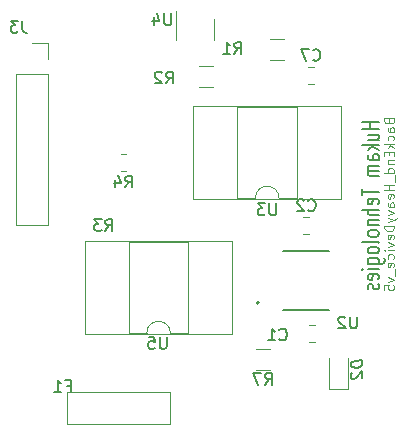
<source format=gbo>
G04 #@! TF.GenerationSoftware,KiCad,Pcbnew,5.1.7-a382d34a8~88~ubuntu18.04.1*
G04 #@! TF.CreationDate,2021-11-17T17:12:46+05:30*
G04 #@! TF.ProjectId,BackEnd_HeavyDevice_v5,4261636b-456e-4645-9f48-656176794465,rev?*
G04 #@! TF.SameCoordinates,Original*
G04 #@! TF.FileFunction,Legend,Bot*
G04 #@! TF.FilePolarity,Positive*
%FSLAX46Y46*%
G04 Gerber Fmt 4.6, Leading zero omitted, Abs format (unit mm)*
G04 Created by KiCad (PCBNEW 5.1.7-a382d34a8~88~ubuntu18.04.1) date 2021-11-17 17:12:46*
%MOMM*%
%LPD*%
G01*
G04 APERTURE LIST*
%ADD10C,0.100000*%
%ADD11C,0.150000*%
%ADD12C,0.120000*%
%ADD13C,0.127000*%
%ADD14C,0.200000*%
G04 APERTURE END LIST*
D10*
X143729717Y-109248816D02*
X143767812Y-109363101D01*
X143805907Y-109401197D01*
X143882098Y-109439292D01*
X143996383Y-109439292D01*
X144072574Y-109401197D01*
X144110669Y-109363101D01*
X144148764Y-109286911D01*
X144148764Y-108982149D01*
X143348764Y-108982149D01*
X143348764Y-109248816D01*
X143386860Y-109325006D01*
X143424955Y-109363101D01*
X143501145Y-109401197D01*
X143577336Y-109401197D01*
X143653526Y-109363101D01*
X143691621Y-109325006D01*
X143729717Y-109248816D01*
X143729717Y-108982149D01*
X144148764Y-110125006D02*
X143729717Y-110125006D01*
X143653526Y-110086911D01*
X143615431Y-110010720D01*
X143615431Y-109858340D01*
X143653526Y-109782149D01*
X144110669Y-110125006D02*
X144148764Y-110048816D01*
X144148764Y-109858340D01*
X144110669Y-109782149D01*
X144034479Y-109744054D01*
X143958288Y-109744054D01*
X143882098Y-109782149D01*
X143844002Y-109858340D01*
X143844002Y-110048816D01*
X143805907Y-110125006D01*
X144110669Y-110848816D02*
X144148764Y-110772625D01*
X144148764Y-110620244D01*
X144110669Y-110544054D01*
X144072574Y-110505959D01*
X143996383Y-110467863D01*
X143767812Y-110467863D01*
X143691621Y-110505959D01*
X143653526Y-110544054D01*
X143615431Y-110620244D01*
X143615431Y-110772625D01*
X143653526Y-110848816D01*
X144148764Y-111191673D02*
X143348764Y-111191673D01*
X143844002Y-111267863D02*
X144148764Y-111496435D01*
X143615431Y-111496435D02*
X143920193Y-111191673D01*
X143729717Y-111839292D02*
X143729717Y-112105959D01*
X144148764Y-112220244D02*
X144148764Y-111839292D01*
X143348764Y-111839292D01*
X143348764Y-112220244D01*
X143615431Y-112563101D02*
X144148764Y-112563101D01*
X143691621Y-112563101D02*
X143653526Y-112601197D01*
X143615431Y-112677387D01*
X143615431Y-112791673D01*
X143653526Y-112867863D01*
X143729717Y-112905959D01*
X144148764Y-112905959D01*
X144148764Y-113629768D02*
X143348764Y-113629768D01*
X144110669Y-113629768D02*
X144148764Y-113553578D01*
X144148764Y-113401197D01*
X144110669Y-113325006D01*
X144072574Y-113286911D01*
X143996383Y-113248816D01*
X143767812Y-113248816D01*
X143691621Y-113286911D01*
X143653526Y-113325006D01*
X143615431Y-113401197D01*
X143615431Y-113553578D01*
X143653526Y-113629768D01*
X144224955Y-113820244D02*
X144224955Y-114429768D01*
X144148764Y-114620244D02*
X143348764Y-114620244D01*
X143729717Y-114620244D02*
X143729717Y-115077387D01*
X144148764Y-115077387D02*
X143348764Y-115077387D01*
X144110669Y-115763101D02*
X144148764Y-115686911D01*
X144148764Y-115534530D01*
X144110669Y-115458340D01*
X144034479Y-115420244D01*
X143729717Y-115420244D01*
X143653526Y-115458340D01*
X143615431Y-115534530D01*
X143615431Y-115686911D01*
X143653526Y-115763101D01*
X143729717Y-115801197D01*
X143805907Y-115801197D01*
X143882098Y-115420244D01*
X144148764Y-116486911D02*
X143729717Y-116486911D01*
X143653526Y-116448816D01*
X143615431Y-116372625D01*
X143615431Y-116220244D01*
X143653526Y-116144054D01*
X144110669Y-116486911D02*
X144148764Y-116410720D01*
X144148764Y-116220244D01*
X144110669Y-116144054D01*
X144034479Y-116105959D01*
X143958288Y-116105959D01*
X143882098Y-116144054D01*
X143844002Y-116220244D01*
X143844002Y-116410720D01*
X143805907Y-116486911D01*
X143615431Y-116791673D02*
X144148764Y-116982149D01*
X143615431Y-117172625D01*
X143615431Y-117401197D02*
X144148764Y-117591673D01*
X143615431Y-117782149D02*
X144148764Y-117591673D01*
X144339240Y-117515482D01*
X144377336Y-117477387D01*
X144415431Y-117401197D01*
X144148764Y-118086911D02*
X143348764Y-118086911D01*
X143348764Y-118277387D01*
X143386860Y-118391673D01*
X143463050Y-118467863D01*
X143539240Y-118505959D01*
X143691621Y-118544054D01*
X143805907Y-118544054D01*
X143958288Y-118505959D01*
X144034479Y-118467863D01*
X144110669Y-118391673D01*
X144148764Y-118277387D01*
X144148764Y-118086911D01*
X144110669Y-119191673D02*
X144148764Y-119115482D01*
X144148764Y-118963101D01*
X144110669Y-118886911D01*
X144034479Y-118848816D01*
X143729717Y-118848816D01*
X143653526Y-118886911D01*
X143615431Y-118963101D01*
X143615431Y-119115482D01*
X143653526Y-119191673D01*
X143729717Y-119229768D01*
X143805907Y-119229768D01*
X143882098Y-118848816D01*
X143615431Y-119496435D02*
X144148764Y-119686911D01*
X143615431Y-119877387D01*
X144148764Y-120182149D02*
X143615431Y-120182149D01*
X143348764Y-120182149D02*
X143386860Y-120144054D01*
X143424955Y-120182149D01*
X143386860Y-120220244D01*
X143348764Y-120182149D01*
X143424955Y-120182149D01*
X144110669Y-120905959D02*
X144148764Y-120829768D01*
X144148764Y-120677387D01*
X144110669Y-120601197D01*
X144072574Y-120563101D01*
X143996383Y-120525006D01*
X143767812Y-120525006D01*
X143691621Y-120563101D01*
X143653526Y-120601197D01*
X143615431Y-120677387D01*
X143615431Y-120829768D01*
X143653526Y-120905959D01*
X144110669Y-121553578D02*
X144148764Y-121477387D01*
X144148764Y-121325006D01*
X144110669Y-121248816D01*
X144034479Y-121210720D01*
X143729717Y-121210720D01*
X143653526Y-121248816D01*
X143615431Y-121325006D01*
X143615431Y-121477387D01*
X143653526Y-121553578D01*
X143729717Y-121591673D01*
X143805907Y-121591673D01*
X143882098Y-121210720D01*
X144224955Y-121744054D02*
X144224955Y-122353578D01*
X143615431Y-122467863D02*
X144148764Y-122658340D01*
X143615431Y-122848816D01*
X143348764Y-123534530D02*
X143348764Y-123153578D01*
X143729717Y-123115482D01*
X143691621Y-123153578D01*
X143653526Y-123229768D01*
X143653526Y-123420244D01*
X143691621Y-123496435D01*
X143729717Y-123534530D01*
X143805907Y-123572625D01*
X143996383Y-123572625D01*
X144072574Y-123534530D01*
X144110669Y-123496435D01*
X144148764Y-123420244D01*
X144148764Y-123229768D01*
X144110669Y-123153578D01*
X144072574Y-123115482D01*
D11*
X142913491Y-109345340D02*
X141413491Y-109345340D01*
X142127777Y-109345340D02*
X142127777Y-109916769D01*
X142913491Y-109916769D02*
X141413491Y-109916769D01*
X141913491Y-110821531D02*
X142913491Y-110821531D01*
X141913491Y-110392960D02*
X142699205Y-110392960D01*
X142842062Y-110440579D01*
X142913491Y-110535817D01*
X142913491Y-110678674D01*
X142842062Y-110773912D01*
X142770634Y-110821531D01*
X142913491Y-111297721D02*
X141413491Y-111297721D01*
X142342062Y-111392960D02*
X142913491Y-111678674D01*
X141913491Y-111678674D02*
X142484920Y-111297721D01*
X142913491Y-112535817D02*
X142127777Y-112535817D01*
X141984920Y-112488198D01*
X141913491Y-112392960D01*
X141913491Y-112202483D01*
X141984920Y-112107245D01*
X142842062Y-112535817D02*
X142913491Y-112440579D01*
X142913491Y-112202483D01*
X142842062Y-112107245D01*
X142699205Y-112059626D01*
X142556348Y-112059626D01*
X142413491Y-112107245D01*
X142342062Y-112202483D01*
X142342062Y-112440579D01*
X142270634Y-112535817D01*
X142913491Y-113012007D02*
X141913491Y-113012007D01*
X142056348Y-113012007D02*
X141984920Y-113059626D01*
X141913491Y-113154864D01*
X141913491Y-113297721D01*
X141984920Y-113392960D01*
X142127777Y-113440579D01*
X142913491Y-113440579D01*
X142127777Y-113440579D02*
X141984920Y-113488198D01*
X141913491Y-113583436D01*
X141913491Y-113726293D01*
X141984920Y-113821531D01*
X142127777Y-113869150D01*
X142913491Y-113869150D01*
X141413491Y-114964388D02*
X141413491Y-115535817D01*
X142913491Y-115250102D02*
X141413491Y-115250102D01*
X142842062Y-116250102D02*
X142913491Y-116154864D01*
X142913491Y-115964388D01*
X142842062Y-115869150D01*
X142699205Y-115821531D01*
X142127777Y-115821531D01*
X141984920Y-115869150D01*
X141913491Y-115964388D01*
X141913491Y-116154864D01*
X141984920Y-116250102D01*
X142127777Y-116297721D01*
X142270634Y-116297721D01*
X142413491Y-115821531D01*
X142913491Y-116726293D02*
X141413491Y-116726293D01*
X142913491Y-117154864D02*
X142127777Y-117154864D01*
X141984920Y-117107245D01*
X141913491Y-117012007D01*
X141913491Y-116869150D01*
X141984920Y-116773912D01*
X142056348Y-116726293D01*
X141913491Y-117631055D02*
X142913491Y-117631055D01*
X142056348Y-117631055D02*
X141984920Y-117678674D01*
X141913491Y-117773912D01*
X141913491Y-117916769D01*
X141984920Y-118012007D01*
X142127777Y-118059626D01*
X142913491Y-118059626D01*
X142913491Y-118678674D02*
X142842062Y-118583436D01*
X142770634Y-118535817D01*
X142627777Y-118488198D01*
X142199205Y-118488198D01*
X142056348Y-118535817D01*
X141984920Y-118583436D01*
X141913491Y-118678674D01*
X141913491Y-118821531D01*
X141984920Y-118916769D01*
X142056348Y-118964388D01*
X142199205Y-119012007D01*
X142627777Y-119012007D01*
X142770634Y-118964388D01*
X142842062Y-118916769D01*
X142913491Y-118821531D01*
X142913491Y-118678674D01*
X142913491Y-119583436D02*
X142842062Y-119488198D01*
X142699205Y-119440579D01*
X141413491Y-119440579D01*
X142913491Y-120107245D02*
X142842062Y-120012007D01*
X142770634Y-119964388D01*
X142627777Y-119916769D01*
X142199205Y-119916769D01*
X142056348Y-119964388D01*
X141984920Y-120012007D01*
X141913491Y-120107245D01*
X141913491Y-120250102D01*
X141984920Y-120345340D01*
X142056348Y-120392960D01*
X142199205Y-120440579D01*
X142627777Y-120440579D01*
X142770634Y-120392960D01*
X142842062Y-120345340D01*
X142913491Y-120250102D01*
X142913491Y-120107245D01*
X141913491Y-121297721D02*
X143127777Y-121297721D01*
X143270634Y-121250102D01*
X143342062Y-121202483D01*
X143413491Y-121107245D01*
X143413491Y-120964388D01*
X143342062Y-120869150D01*
X142842062Y-121297721D02*
X142913491Y-121202483D01*
X142913491Y-121012007D01*
X142842062Y-120916769D01*
X142770634Y-120869150D01*
X142627777Y-120821531D01*
X142199205Y-120821531D01*
X142056348Y-120869150D01*
X141984920Y-120916769D01*
X141913491Y-121012007D01*
X141913491Y-121202483D01*
X141984920Y-121297721D01*
X142913491Y-121773912D02*
X141913491Y-121773912D01*
X141413491Y-121773912D02*
X141484920Y-121726293D01*
X141556348Y-121773912D01*
X141484920Y-121821531D01*
X141413491Y-121773912D01*
X141556348Y-121773912D01*
X142842062Y-122631055D02*
X142913491Y-122535817D01*
X142913491Y-122345340D01*
X142842062Y-122250102D01*
X142699205Y-122202483D01*
X142127777Y-122202483D01*
X141984920Y-122250102D01*
X141913491Y-122345340D01*
X141913491Y-122535817D01*
X141984920Y-122631055D01*
X142127777Y-122678674D01*
X142270634Y-122678674D01*
X142413491Y-122202483D01*
X142842062Y-123059626D02*
X142913491Y-123154864D01*
X142913491Y-123345340D01*
X142842062Y-123440579D01*
X142699205Y-123488198D01*
X142627777Y-123488198D01*
X142484920Y-123440579D01*
X142413491Y-123345340D01*
X142413491Y-123202483D01*
X142342062Y-123107245D01*
X142199205Y-123059626D01*
X142127777Y-123059626D01*
X141984920Y-123107245D01*
X141913491Y-123202483D01*
X141913491Y-123345340D01*
X141984920Y-123440579D01*
D12*
X137395252Y-106092000D02*
X136872748Y-106092000D01*
X137395252Y-104622000D02*
X136872748Y-104622000D01*
X136987252Y-118809000D02*
X136464748Y-118809000D01*
X136987252Y-117339000D02*
X136464748Y-117339000D01*
X137485252Y-127946000D02*
X136962748Y-127946000D01*
X137485252Y-126476000D02*
X136962748Y-126476000D01*
D13*
X134725000Y-120215000D02*
X138625000Y-120215000D01*
X134725000Y-125265000D02*
X138625000Y-125265000D01*
D14*
X132711000Y-124610000D02*
G75*
G03*
X132711000Y-124610000I-100000J0D01*
G01*
D12*
X121027936Y-113486000D02*
X121482064Y-113486000D01*
X121027936Y-112016000D02*
X121482064Y-112016000D01*
X125226000Y-132162000D02*
X116486000Y-132162000D01*
X125226000Y-132162000D02*
X125226000Y-134878000D01*
X116486000Y-134878000D02*
X116486000Y-132162000D01*
X116486000Y-134878000D02*
X125226000Y-134878000D01*
X140233000Y-131917000D02*
X140233000Y-129317000D01*
X138633000Y-131917000D02*
X138633000Y-129317000D01*
X140233000Y-131917000D02*
X138633000Y-131917000D01*
X134861000Y-102272000D02*
X133661000Y-102272000D01*
X133661000Y-104032000D02*
X134861000Y-104032000D01*
X127659000Y-106354000D02*
X128859000Y-106354000D01*
X128859000Y-104594000D02*
X127659000Y-104594000D01*
X132468000Y-130278000D02*
X133668000Y-130278000D01*
X133668000Y-128518000D02*
X132468000Y-128518000D01*
X139651000Y-115820000D02*
X127181000Y-115820000D01*
X139651000Y-107960000D02*
X139651000Y-115820000D01*
X127181000Y-107960000D02*
X139651000Y-107960000D01*
X127181000Y-115820000D02*
X127181000Y-107960000D01*
X135951000Y-115760000D02*
X134416000Y-115760000D01*
X135951000Y-108020000D02*
X135951000Y-115760000D01*
X130881000Y-108020000D02*
X135951000Y-108020000D01*
X130881000Y-115760000D02*
X130881000Y-108020000D01*
X132416000Y-115760000D02*
X130881000Y-115760000D01*
X134416000Y-115760000D02*
G75*
G03*
X132416000Y-115760000I-1000000J0D01*
G01*
X128917000Y-100574000D02*
X128917000Y-102374000D01*
X125697000Y-102374000D02*
X125697000Y-99924000D01*
X123221000Y-127192000D02*
X121686000Y-127192000D01*
X121686000Y-127192000D02*
X121686000Y-119452000D01*
X121686000Y-119452000D02*
X126756000Y-119452000D01*
X126756000Y-119452000D02*
X126756000Y-127192000D01*
X126756000Y-127192000D02*
X125221000Y-127192000D01*
X117986000Y-127252000D02*
X117986000Y-119392000D01*
X117986000Y-119392000D02*
X130456000Y-119392000D01*
X130456000Y-119392000D02*
X130456000Y-127252000D01*
X130456000Y-127252000D02*
X117986000Y-127252000D01*
X125221000Y-127192000D02*
G75*
G03*
X123221000Y-127192000I-1000000J0D01*
G01*
X114845000Y-102637000D02*
X113515000Y-102637000D01*
X114845000Y-103967000D02*
X114845000Y-102637000D01*
X114845000Y-105237000D02*
X112185000Y-105237000D01*
X112185000Y-105237000D02*
X112185000Y-117997000D01*
X114845000Y-105237000D02*
X114845000Y-117997000D01*
X114845000Y-117997000D02*
X112185000Y-117997000D01*
D11*
X137300666Y-104034142D02*
X137348285Y-104081761D01*
X137491142Y-104129380D01*
X137586380Y-104129380D01*
X137729238Y-104081761D01*
X137824476Y-103986523D01*
X137872095Y-103891285D01*
X137919714Y-103700809D01*
X137919714Y-103557952D01*
X137872095Y-103367476D01*
X137824476Y-103272238D01*
X137729238Y-103177000D01*
X137586380Y-103129380D01*
X137491142Y-103129380D01*
X137348285Y-103177000D01*
X137300666Y-103224619D01*
X136967333Y-103129380D02*
X136300666Y-103129380D01*
X136729238Y-104129380D01*
X136892666Y-116772522D02*
X136940285Y-116820141D01*
X137083142Y-116867760D01*
X137178380Y-116867760D01*
X137321238Y-116820141D01*
X137416476Y-116724903D01*
X137464095Y-116629665D01*
X137511714Y-116439189D01*
X137511714Y-116296332D01*
X137464095Y-116105856D01*
X137416476Y-116010618D01*
X137321238Y-115915380D01*
X137178380Y-115867760D01*
X137083142Y-115867760D01*
X136940285Y-115915380D01*
X136892666Y-115962999D01*
X136511714Y-115962999D02*
X136464095Y-115915380D01*
X136368857Y-115867760D01*
X136130761Y-115867760D01*
X136035523Y-115915380D01*
X135987904Y-115962999D01*
X135940285Y-116058237D01*
X135940285Y-116153475D01*
X135987904Y-116296332D01*
X136559333Y-116867760D01*
X135940285Y-116867760D01*
X134459506Y-127705302D02*
X134507125Y-127752921D01*
X134649982Y-127800540D01*
X134745220Y-127800540D01*
X134888078Y-127752921D01*
X134983316Y-127657683D01*
X135030935Y-127562445D01*
X135078554Y-127371969D01*
X135078554Y-127229112D01*
X135030935Y-127038636D01*
X134983316Y-126943398D01*
X134888078Y-126848160D01*
X134745220Y-126800540D01*
X134649982Y-126800540D01*
X134507125Y-126848160D01*
X134459506Y-126895779D01*
X133507125Y-127800540D02*
X134078554Y-127800540D01*
X133792840Y-127800540D02*
X133792840Y-126800540D01*
X133888078Y-126943398D01*
X133983316Y-127038636D01*
X134078554Y-127086255D01*
X141010684Y-125794100D02*
X141010684Y-126603624D01*
X140963065Y-126698862D01*
X140915446Y-126746481D01*
X140820208Y-126794100D01*
X140629732Y-126794100D01*
X140534494Y-126746481D01*
X140486875Y-126698862D01*
X140439256Y-126603624D01*
X140439256Y-125794100D01*
X140010684Y-125889339D02*
X139963065Y-125841720D01*
X139867827Y-125794100D01*
X139629732Y-125794100D01*
X139534494Y-125841720D01*
X139486875Y-125889339D01*
X139439256Y-125984577D01*
X139439256Y-126079815D01*
X139486875Y-126222672D01*
X140058303Y-126794100D01*
X139439256Y-126794100D01*
X119730666Y-118548380D02*
X120064000Y-118072190D01*
X120302095Y-118548380D02*
X120302095Y-117548380D01*
X119921142Y-117548380D01*
X119825904Y-117596000D01*
X119778285Y-117643619D01*
X119730666Y-117738857D01*
X119730666Y-117881714D01*
X119778285Y-117976952D01*
X119825904Y-118024571D01*
X119921142Y-118072190D01*
X120302095Y-118072190D01*
X119397333Y-117548380D02*
X118778285Y-117548380D01*
X119111619Y-117929333D01*
X118968761Y-117929333D01*
X118873523Y-117976952D01*
X118825904Y-118024571D01*
X118778285Y-118119809D01*
X118778285Y-118357904D01*
X118825904Y-118453142D01*
X118873523Y-118500761D01*
X118968761Y-118548380D01*
X119254476Y-118548380D01*
X119349714Y-118500761D01*
X119397333Y-118453142D01*
X121421666Y-114853380D02*
X121755000Y-114377190D01*
X121993095Y-114853380D02*
X121993095Y-113853380D01*
X121612142Y-113853380D01*
X121516904Y-113901000D01*
X121469285Y-113948619D01*
X121421666Y-114043857D01*
X121421666Y-114186714D01*
X121469285Y-114281952D01*
X121516904Y-114329571D01*
X121612142Y-114377190D01*
X121993095Y-114377190D01*
X120564523Y-114186714D02*
X120564523Y-114853380D01*
X120802619Y-113805761D02*
X121040714Y-114520047D01*
X120421666Y-114520047D01*
X116436733Y-131640271D02*
X116770066Y-131640271D01*
X116770066Y-132164080D02*
X116770066Y-131164080D01*
X116293876Y-131164080D01*
X115389114Y-132164080D02*
X115960542Y-132164080D01*
X115674828Y-132164080D02*
X115674828Y-131164080D01*
X115770066Y-131306938D01*
X115865304Y-131402176D01*
X115960542Y-131449795D01*
X141485380Y-129478919D02*
X140485380Y-129603919D01*
X140485380Y-129842014D01*
X140533000Y-129978919D01*
X140628238Y-130062252D01*
X140723476Y-130097967D01*
X140913952Y-130121776D01*
X141056809Y-130103919D01*
X141247285Y-130032491D01*
X141342523Y-129972967D01*
X141437761Y-129865824D01*
X141485380Y-129717014D01*
X141485380Y-129478919D01*
X140580619Y-130544395D02*
X140533000Y-130597967D01*
X140485380Y-130699157D01*
X140485380Y-130937252D01*
X140533000Y-131026538D01*
X140580619Y-131068205D01*
X140675857Y-131103919D01*
X140771095Y-131092014D01*
X140913952Y-131026538D01*
X141485380Y-130383681D01*
X141485380Y-131002729D01*
X130643926Y-103550980D02*
X130977260Y-103074790D01*
X131215355Y-103550980D02*
X131215355Y-102550980D01*
X130834402Y-102550980D01*
X130739164Y-102598600D01*
X130691545Y-102646219D01*
X130643926Y-102741457D01*
X130643926Y-102884314D01*
X130691545Y-102979552D01*
X130739164Y-103027171D01*
X130834402Y-103074790D01*
X131215355Y-103074790D01*
X129691545Y-103550980D02*
X130262974Y-103550980D01*
X129977260Y-103550980D02*
X129977260Y-102550980D01*
X130072498Y-102693838D01*
X130167736Y-102789076D01*
X130262974Y-102836695D01*
X124867966Y-106052880D02*
X125201300Y-105576690D01*
X125439395Y-106052880D02*
X125439395Y-105052880D01*
X125058442Y-105052880D01*
X124963204Y-105100500D01*
X124915585Y-105148119D01*
X124867966Y-105243357D01*
X124867966Y-105386214D01*
X124915585Y-105481452D01*
X124963204Y-105529071D01*
X125058442Y-105576690D01*
X125439395Y-105576690D01*
X124487014Y-105148119D02*
X124439395Y-105100500D01*
X124344157Y-105052880D01*
X124106061Y-105052880D01*
X124010823Y-105100500D01*
X123963204Y-105148119D01*
X123915585Y-105243357D01*
X123915585Y-105338595D01*
X123963204Y-105481452D01*
X124534633Y-106052880D01*
X123915585Y-106052880D01*
X133234666Y-131550380D02*
X133568000Y-131074190D01*
X133806095Y-131550380D02*
X133806095Y-130550380D01*
X133425142Y-130550380D01*
X133329904Y-130598000D01*
X133282285Y-130645619D01*
X133234666Y-130740857D01*
X133234666Y-130883714D01*
X133282285Y-130978952D01*
X133329904Y-131026571D01*
X133425142Y-131074190D01*
X133806095Y-131074190D01*
X132901333Y-130550380D02*
X132234666Y-130550380D01*
X132663238Y-131550380D01*
X134177904Y-116212380D02*
X134177904Y-117021904D01*
X134130285Y-117117142D01*
X134082666Y-117164761D01*
X133987428Y-117212380D01*
X133796952Y-117212380D01*
X133701714Y-117164761D01*
X133654095Y-117117142D01*
X133606476Y-117021904D01*
X133606476Y-116212380D01*
X133225523Y-116212380D02*
X132606476Y-116212380D01*
X132939809Y-116593333D01*
X132796952Y-116593333D01*
X132701714Y-116640952D01*
X132654095Y-116688571D01*
X132606476Y-116783809D01*
X132606476Y-117021904D01*
X132654095Y-117117142D01*
X132701714Y-117164761D01*
X132796952Y-117212380D01*
X133082666Y-117212380D01*
X133177904Y-117164761D01*
X133225523Y-117117142D01*
X125287944Y-100122740D02*
X125287944Y-100932264D01*
X125240325Y-101027502D01*
X125192706Y-101075121D01*
X125097468Y-101122740D01*
X124906992Y-101122740D01*
X124811754Y-101075121D01*
X124764135Y-101027502D01*
X124716516Y-100932264D01*
X124716516Y-100122740D01*
X123811754Y-100456074D02*
X123811754Y-101122740D01*
X124049849Y-100075121D02*
X124287944Y-100789407D01*
X123668897Y-100789407D01*
X124901624Y-127506400D02*
X124901624Y-128315924D01*
X124854005Y-128411162D01*
X124806386Y-128458781D01*
X124711148Y-128506400D01*
X124520672Y-128506400D01*
X124425434Y-128458781D01*
X124377815Y-128411162D01*
X124330196Y-128315924D01*
X124330196Y-127506400D01*
X123377815Y-127506400D02*
X123854005Y-127506400D01*
X123901624Y-127982591D01*
X123854005Y-127934972D01*
X123758767Y-127887353D01*
X123520672Y-127887353D01*
X123425434Y-127934972D01*
X123377815Y-127982591D01*
X123330196Y-128077829D01*
X123330196Y-128315924D01*
X123377815Y-128411162D01*
X123425434Y-128458781D01*
X123520672Y-128506400D01*
X123758767Y-128506400D01*
X123854005Y-128458781D01*
X123901624Y-128411162D01*
X112695173Y-100742220D02*
X112695173Y-101456506D01*
X112742792Y-101599363D01*
X112838030Y-101694601D01*
X112980887Y-101742220D01*
X113076125Y-101742220D01*
X112314220Y-100742220D02*
X111695173Y-100742220D01*
X112028506Y-101123173D01*
X111885649Y-101123173D01*
X111790411Y-101170792D01*
X111742792Y-101218411D01*
X111695173Y-101313649D01*
X111695173Y-101551744D01*
X111742792Y-101646982D01*
X111790411Y-101694601D01*
X111885649Y-101742220D01*
X112171363Y-101742220D01*
X112266601Y-101694601D01*
X112314220Y-101646982D01*
M02*

</source>
